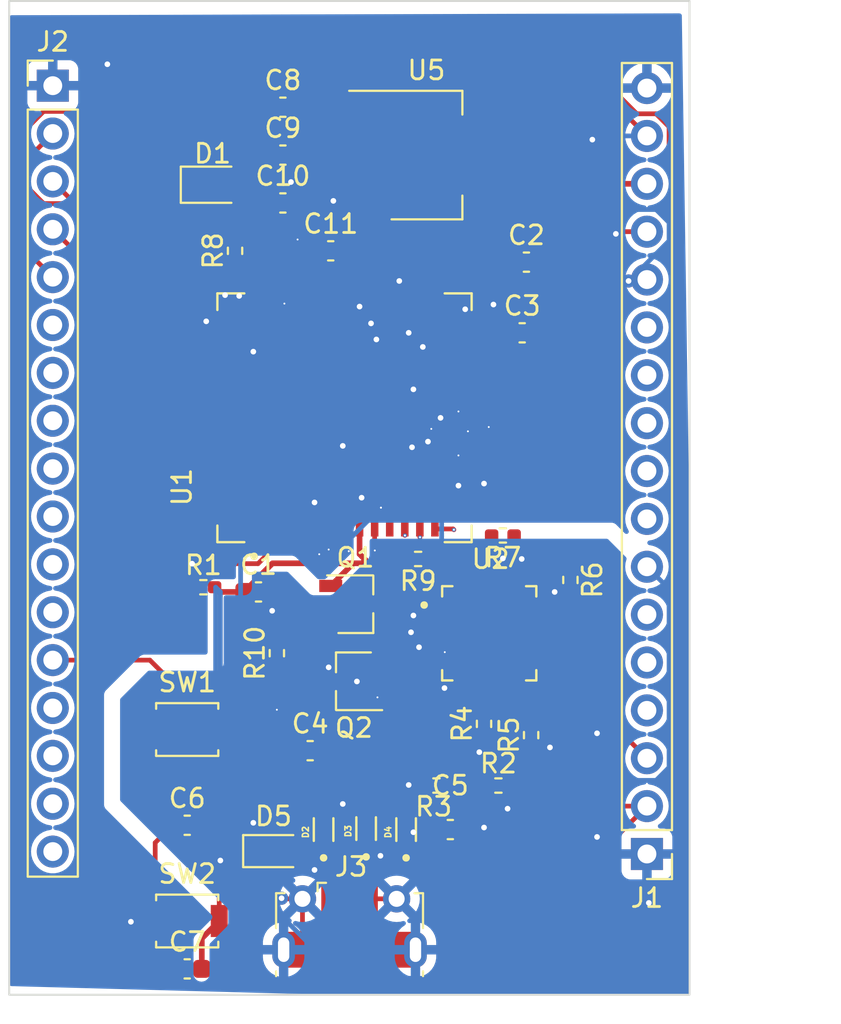
<source format=kicad_pcb>
(kicad_pcb (version 20221018) (generator pcbnew)
  (layers (0 "F.Cu" signal) (1 "In1.Cu" signal) (2 "In2.Cu" signal) (3 "In3.Cu" signal) (4 "In4.Cu" signal) (31 "B.Cu" power) (34 "B.Paste" user) (35 "F.Paste" user) (36 "B.SilkS" user "B.Silkscreen") (37 "F.SilkS" user "F.Silkscreen") (38 "B.Mask" user) (39 "F.Mask" user) (44 "Edge.Cuts" user))
  (net 0 "")
  (net 1 "ESPRST")
  (net 2 "GNDREF")
  (net 3 "+3.3V")
  (net 4 "Net-(U2-VBUS)")
  (net 5 "IO0")
  (net 6 "+5V")
  (net 7 "Net-(D1-A)")
  (net 8 "VBUS")
  (net 9 "/Micro_bus/USB_DN")
  (net 10 "/Micro_bus/USB_DP")
  (net 11 "GPI36")
  (net 12 "GPI37")
  (net 13 "GPI38")
  (net 14 "GPI39")
  (net 15 "GPI34")
  (net 16 "GPI35")
  (net 17 "IO33")
  (net 18 "IO32")
  (net 19 "IO25")
  (net 20 "IO14")
  (net 21 "IO27")
  (net 22 "IO26")
  (net 23 "RDX0")
  (net 24 "TXD0")
  (net 25 "IO21")
  (net 26 "IO22")
  (net 27 "IO19")
  (net 28 "IO18")
  (net 29 "IO23")
  (net 30 "IO5")
  (net 31 "IO10")
  (net 32 "IO9")
  (net 33 "104")
  (net 34 "IO2")
  (net 35 "IO12")
  (net 36 "IO13")
  (net 37 "IO15")
  (net 40 "Net-(Q1-B)")
  (net 41 "/Micro_bus/DTR")
  (net 42 "Net-(Q2-B)")
  (net 43 "/Micro_bus/RTS")
  (net 44 "Net-(U2-~{RST})")
  (net 45 "Net-(U2-SUSPEND)")
  (net 46 "UORXD")
  (net 47 "Net-(U2-RXD)")
  (net 48 "UOTXD")
  (net 49 "Net-(U2-TXD)")
  (footprint "Resistor_SMD:R_0402_1005Metric_Pad0.72x0.64mm_HandSolder" (layer "F.Cu") (at 77.1425 79.66)
    (fp_text reference "R1")
    (fp_text value "10k(1%)")
  )
  (footprint "Libraries:TVS_LESD5D5.0CT1G" (layer "F.Cu") (at 83.5261 92.519 90)
    (fp_text reference "D2")
    (fp_text value "D_TVS_Filled")
  )
  (footprint "Button_Switch_SMD:SW_SPST_B3U-1000P" (layer "F.Cu") (at 76.285 87.21)
    (fp_text reference "SW1")
    (fp_text value "SW_Push")
  )
  (footprint "Package_TO_SOT_SMD:SOT-223-3_TabPin2" (layer "F.Cu") (at 88.985 56.73)
    (fp_text reference "U5")
    (fp_text value "AMS1117-3.3")
  )
  (footprint "Button_Switch_SMD:SW_SPST_B3U-1000P" (layer "F.Cu") (at 76.285 97.37)
    (fp_text reference "SW2")
    (fp_text value "SW_Push")
  )
  (footprint "Resistor_SMD:R_0402_1005Metric_Pad0.72x0.64mm_HandSolder" (layer "F.Cu") (at 93.045 76.91 180)
    (fp_text reference "R7")
    (fp_text value "0(1%)")
  )
  (footprint "Resistor_SMD:R_0402_1005Metric_Pad0.72x0.64mm_HandSolder" (layer "F.Cu") (at 78.825 61.81 90)
    (fp_text reference "R8")
    (fp_text value "5.1k(1%)")
  )
  (footprint "Resistor_SMD:R_0402_1005Metric_Pad0.72x0.64mm_HandSolder" (layer "F.Cu") (at 92.8083 90.1818)
    (fp_text reference "R2")
    (fp_text value "22.1k(1%)")
  )
  (footprint "LED_SMD:LED_0805_2012Metric" (layer "F.Cu") (at 77.63 58.3026)
    (fp_text reference "D1")
    (fp_text value "LED")
  )
  (footprint "Resistor_SMD:R_0402_1005Metric_Pad0.72x0.64mm_HandSolder" (layer "F.Cu") (at 94.545 87.5075 90)
    (fp_text reference "R5")
    (fp_text value "1k(1%)")
  )
  (footprint "Package_TO_SOT_SMD:TSOT-23" (layer "F.Cu") (at 85.135 84.67 180)
    (fp_text reference "Q2")
    (fp_text value "NPN")
  )
  (footprint "Resistor_SMD:R_0402_1005Metric_Pad0.72x0.64mm_HandSolder" (layer "F.Cu") (at 96.6304 79.2731 -90)
    (fp_text reference "R6")
    (fp_text value "0(1%)")
  )
  (footprint "Diode_SMD:D_SOD-323" (layer "F.Cu") (at 80.8656 93.6616)
    (fp_text reference "D5")
    (fp_text value "D_Schottky")
  )
  (footprint "Resistor_SMD:R_0402_1005Metric_Pad0.72x0.64mm_HandSolder" (layer "F.Cu") (at 92.045 86.91 90)
    (fp_text reference "R4")
    (fp_text value "1k(1%)")
  )
  (footprint "Capacitor_SMD:C_0603_1608Metric" (layer "F.Cu") (at 94.07 66.16)
    (fp_text reference "C3")
    (fp_text value "0.1uf/50v(10%)")
  )
  (footprint "Capacitor_SMD:C_0603_1608Metric" (layer "F.Cu") (at 76.285 92.29)
    (fp_text reference "C6")
    (fp_text value "0.1uF/50v(10%)")
  )
  (footprint "Resistor_SMD:R_0402_1005Metric_Pad0.72x0.64mm_HandSolder" (layer "F.Cu") (at 89.5184 90.1818 180)
    (fp_text reference "R3")
    (fp_text value "47.5k(1%)")
  )
  (footprint "Package_TO_SOT_SMD:TSOT-23" (layer "F.Cu") (at 85.215 80.54)
    (fp_text reference "Q1")
    (fp_text value "NPN")
  )
  (footprint "Resistor_SMD:R_0402_1005Metric_Pad0.72x0.64mm_HandSolder" (layer "F.Cu") (at 81.045 83.16 90)
    (fp_text reference "R10")
    (fp_text value "10k(1%)")
  )
  (footprint "Libraries:TVS_LESD5D5.0CT1G" (layer "F.Cu") (at 85.7846 92.4678 90)
    (fp_text reference "D3")
    (fp_text value "D_TVS_Filled")
  )
  (footprint "Libraries:QFN50P500X500X80-29N" (layer "F.Cu") (at 92.3209 82.1046)
    (fp_text reference "U2")
    (fp_text value "CP2102N-A02-GQFN28")
  )
  (footprint "Capacitor_SMD:C_0603_1608Metric" (layer "F.Cu") (at 94.295 62.41)
    (fp_text reference "C2")
    (fp_text value "100uf/25v(20%)")
  )
  (footprint "Capacitor_SMD:C_0603_1608Metric" (layer "F.Cu") (at 83.905 61.81)
    (fp_text reference "C11")
    (fp_text value "0.1uF/50v(10%)")
  )
  (footprint "Capacitor_SMD:C_0603_1608Metric" (layer "F.Cu") (at 82.8133 88.3322)
    (fp_text reference "C4")
    (fp_text value "10uf/25v(10%)")
  )
  (footprint "Capacitor_SMD:C_0603_1608Metric" (layer "F.Cu") (at 81.365 54.19)
    (fp_text reference "C8")
    (fp_text value "10uF/25v(20%)")
  )
  (footprint "Capacitor_SMD:C_0603_1608Metric" (layer "F.Cu") (at 76.285 99.91)
    (fp_text reference "C7")
    (fp_text value "0.1uF/50v(10%)")
  )
  (footprint "Libraries:MODULE_ESP32-MINI-1U-N4" (layer "F.Cu") (at 84.6368 70.6684 90)
    (fp_text reference "U1")
    (fp_text value "ESP32-MINI-1U-N4")
  )
  (footprint "Libraries:TVS_LESD5D5.0CT1G" (layer "F.Cu") (at 87.9076 92.5194 90)
    (fp_text reference "D4")
    (fp_text value "D_TVS_Filled")
  )
  (footprint "Capacitor_SMD:C_0603_1608Metric" (layer "F.Cu") (at 81.365 56.73)
    (fp_text reference "C9")
    (fp_text value "0.1uF/50v(10%)")
  )
  (footprint "Connector_PinHeader_2.54mm:PinHeader_1x17_P2.54mm_Vertical" (layer "F.Cu") (at 69.1476 53.047)
    (fp_text reference "J2")
    (fp_text value "Screw_Terminal_01x17")
  )
  (footprint "Connector_PinHeader_2.54mm:PinHeader_1x17_P2.54mm_Vertical" (layer "F.Cu") (at 100.6944 93.814 180)
    (fp_text reference "J1")
    (fp_text value "Screw_Terminal_01x17")
  )
  (footprint "Resistor_SMD:R_0402_1005Metric_Pad0.72x0.64mm_HandSolder" (layer "F.Cu") (at 88.545 78.16 180)
    (fp_text reference "R9")
    (fp_text value "10k(1%)")
  )
  (footprint "Capacitor_SMD:C_0603_1608Metric" (layer "F.Cu") (at 81.365 59.27)
    (fp_text reference "C10")
    (fp_text value "10uF/25v(20%)")
  )
  (footprint "Connector_USB:USB_Micro-B_Molex-105017-0001" (layer "F.Cu") (at 84.905 97.6565)
    (fp_text reference "J3")
    (fp_text value "USB_B_Micro")
  )
  (footprint "Capacitor_SMD:C_0603_1608Metric" (layer "F.Cu") (at 90.255 92.5186)
    (fp_text reference "C5")
    (fp_text value "1uf/16v(10%)")
  )
  (footprint "Capacitor_SMD:C_0603_1608Metric" (layer "F.Cu") (at 80.07 79.91)
    (fp_text reference "C1")
    (fp_text value "1uf/16v(10%)")
  )
  (gr_rect (start 66.8362 48.5512) (end 102.955 101.2816) (stroke (width 0.1)) (fill none) (layer "Edge.Cuts"))
  (segment (start 78.045 95.41) (end 78.045 94.16) (width 0.25) (layer "F.Cu") (net 1))
  (segment (start 85.745 78.21) (end 85.565 78.39) (width 0.3) (layer "F.Cu") (net 1))
  (segment (start 79.295 79.91) (end 77.99 79.91) (width 0.3) (layer "F.Cu") (net 1))
  (segment (start 85.565 78.39) (end 85.105 78.39) (width 0.3) (layer "F.Cu") (net 1))
  (segment (start 85.4368 77.9018) (end 85.745 78.21) (width 0.3) (layer "F.Cu") (net 1))
  (segment (start 77.99 79.91) (end 77.74 79.66) (width 0.3) (layer "F.Cu") (net 1))
  (segment (start 77.06 98.295) (end 77.985 97.37) (width 0.3) (layer "F.Cu") (net 1))
  (segment (start 77.985 97.37) (end 77.985 95.47) (width 0.25) (layer "F.Cu") (net 1))
  (segment (start 77.06 99.91) (end 77.06 98.295) (width 0.3) (layer "F.Cu") (net 1))
  (segment (start 77.06 99.91) (end 77.344 100.194) (width 0.3) (layer "F.Cu") (net 1))
  (segment (start 85.4368 76.5684) (end 85.4368 77.9018) (width 0.3) (layer "F.Cu") (net 1))
  (segment (start 77.985 95.47) (end 78.045 95.41) (width 0.25) (layer "F.Cu") (net 1))
  (segment (start 79.295 79.91) (end 80.815 78.39) (width 0.3) (layer "F.Cu") (net 1))
  (segment (start 85.105 78.39) (end 83.905 79.59) (width 0.3) (layer "F.Cu") (net 1))
  (segment (start 80.815 78.39) (end 85.105 78.39) (width 0.3) (layer "F.Cu") (net 1))
  (via (at 78.045 94.16) (size 0.7) (drill 0.3) (layers "F.Cu" "B.Cu") (net 1))
  (segment (start 78.045 79.91) (end 77.795 79.66) (width 0.25) (layer "B.Cu") (net 1))
  (segment (start 81.89724 95.216835) (end 81.28357 95.216835) (width 0.25) (layer "B.Cu") (net 1))
  (segment (start 101.8694 89.220701) (end 101.8694 79.749) (width 0.25) (layer "B.Cu") (net 1))
  (segment (start 80.62 95.880405) (end 80.62 96.439595) (width 0.25) (layer "B.Cu") (net 1))
  (segment (start 81.28357 95.216835) (end 80.62 95.880405) (width 0.25) (layer "B.Cu") (net 1))
  (segment (start 77.795 79.66) (end 77.795 91.114595) (width 0.25) (layer "B.Cu") (net 1))
  (segment (start 101.8694 79.749) (end 100.6944 78.574) (width 0.25) (layer "B.Cu") (net 1))
  (segment (start 101.181101 89.909) (end 101.8694 89.220701) (width 0.25) (layer "B.Cu") (net 1))
  (segment (start 98.296 89.909) (end 101.181101 89.909) (width 0.25) (layer "B.Cu") (net 1))
  (segment (start 92.045 99.16) (end 92.045 96.16) (width 0.25) (layer "B.Cu") (net 1))
  (segment (start 92.045 96.16) (end 98.296 89.909) (width 0.25) (layer "B.Cu") (net 1))
  (segment (start 90.795 100.41) (end 92.045 99.16) (width 0.25) (layer "B.Cu") (net 1))
  (segment (start 80.62 96.439595) (end 84.590405 100.41) (width 0.25) (layer "B.Cu") (net 1))
  (segment (start 84.590405 100.41) (end 90.795 100.41) (width 0.25) (layer "B.Cu") (net 1))
  (segment (start 77.795 91.114595) (end 81.89724 95.216835) (width 0.25) (layer "B.Cu") (net 1))
  (segment (start 78.045 94.16) (end 78.045 79.91) (width 0.25) (layer "B.Cu") (net 1))
  (segment (start 81.329 96.194) (end 81.295 96.16) (width 0.25) (layer "F.Cu") (net 2))
  (segment (start 74.585 91.365) (end 75.51 92.29) (width 0.25) (layer "F.Cu") (net 2))
  (segment (start 88.9209 90.1818) (end 88.0745 90.1818) (width 0.25) (layer "F.Cu") (net 2))
  (segment (start 78.5868 72.6684) (end 78.5868 73.66) (width 0.25) (layer "F.Cu") (net 2))
  (segment (start 80.845 79.91) (end 80.845 80.86) (width 0.25) (layer "F.Cu") (net 2))
  (segment (start 74.585 87.21) (end 74.585 91.365) (width 0.25) (layer "F.Cu") (net 2))
  (segment (start 80.59 58.16) (end 80.59 56.73) (width 0.25) (layer "F.Cu") (net 2))
  (segment (start 78.5868 73.66) (end 78.5868 74.2684) (width 0.25) (layer "F.Cu") (net 2))
  (segment (start 87.9076 91.8594) (end 85.8362 91.8594) (width 0.25) (layer "F.Cu") (net 2))
  (segment (start 81.4368 64.7684) (end 80.6368 64.7684) (width 0.25) (layer "F.Cu") (net 2))
  (segment (start 79.8368 64.765404) (end 79.273696 64.2023) (width 0.25) (layer "F.Cu") (net 2))
  (segment (start 79.7034 67.0684) (end 79.795 67.16) (width 0.25) (layer "F.Cu") (net 2))
  (segment (start 93.292183 67.41) (end 91.045 65.162817) (width 0.25) (layer "F.Cu") (net 2))
  (segment (start 84.6368 70.6684) (end 84.6368 72.0682) (width 0.25) (layer "F.Cu") (net 2))
  (segment (start 82.846 91.859) (end 83.5261 91.859) (width 0.25) (layer "F.Cu") (net 2))
  (segment (start 78.5868 75.8684) (end 78.5868 75.0684) (width 0.25) (layer "F.Cu") (net 2))
  (segment (start 85.7846 91.8078) (end 84.545 91.8078) (width 0.25) (layer "F.Cu") (net 2))
  (segment (start 82.405 96.194) (end 81.329 96.194) (width 0.25) (layer "F.Cu") (net 2))
  (segment (start 83.1368 69.1684) (end 83.1368 70.6684) (width 0.25) (layer "F.Cu") (net 2))
  (segment (start 80.6368 76.5684) (end 79.8368 76.5684) (width 0.25) (layer "F.Cu") (net 2))
  (segment (start 76.6925 58.3026) (end 76.6925 55.0575) (width 0.25) (layer "F.Cu") (net 2))
  (segment (start 85.905 98.894) (end 83.905 98.894) (width 0.25) (layer "F.Cu") (net 2))
  (segment (start 78.5868 74.2684) (end 78.5868 75.0684) (width 0.25) (layer "F.Cu") (net 2))
  (segment (start 94.045 67.41) (end 93.292183 67.41) (width 0.25) (layer "F.Cu") (net 2))
  (segment (start 83.13 61.81) (end 82.745 61.81) (width 0.25) (layer "F.Cu") (net 2))
  (segment (start 83.5773 91.8078) (end 83.5261 91.859) (width 0.25) (layer "F.Cu") (net 2))
  (segment (start 86.1368 70.6684) (end 86.0366 70.6684) (width 0.25) (layer "F.Cu") (net 2))
  (segment (start 69.1476 53.047) (end 70.908 53.047) (width 0.25) (layer "F.Cu") (net 2))
  (segment (start 88.295 81.16) (end 88.7396 81.6046) (width 0.25) (layer "F.Cu") (net 2))
  (segment (start 95.07 65.935) (end 94.845 66.16) (width 0.25) (layer "F.Cu") (net 2))
  (segment (start 85.835 54.43) (end 82.105 58.16) (width 0.25) (layer "F.Cu") (net 2))
  (segment (start 90.6868 65.4684) (end 90.6868 65.2682) (width 0.25) (layer "F.Cu") (net 2))
  (segment (start 80.6368 76.5684) (end 80.6368 76.0682) (width 0.25) (layer "F.Cu") (net 2))
  (segment (start 74.585 93.215) (end 74.585 97.37) (width 0.25) (layer "F.Cu") (net 2))
  (segment (start 91.045 65.162817) (end 91.045 64.91) (width 0.25) (layer "F.Cu") (net 2))
  (segment (start 90.6868 65.2682) (end 91.045 64.91) (width 0.25) (layer "F.Cu") (net 2))
  (segment (start 94.545 88.105) (end 95.49 88.105) (width 0.25) (layer "F.Cu") (net 2))
  (segment (start 88.405 97.194) (end 87.405 96.194) (width 0.25) (layer "F.Cu") (net 2))
  (segment (start 85.8362 91.8594) (end 85.7846 91.8078) (width 0.25) (layer "F.Cu") (net 2))
  (segment (start 76.6925 55.0575) (end 76.295 54.66) (width 0.25) (layer "F.Cu") (net 2))
  (segment (start 91.03 92.5186) (end 91.9364 92.5186) (width 0.25) (layer "F.Cu") (net 2))
  (segment (start 80.59 58.16) (end 81.795 58.16) (width 0.25) (layer "F.Cu") (net 2))
  (segment (start 83.1368 69.1684) (end 84.6368 69.1684) (width 0.25) (layer "F.Cu") (net 2))
  (segment (start 78.5868 67.0684) (end 79.7034 67.0684) (width 0.25) (layer "F.Cu") (net 2))
  (segment (start 85.905 98.894) (end 87.805 98.894) (width 0.25) (layer "F.Cu") (net 2))
  (segment (start 79.045 64.2023) (end 78.3373 64.2023) (width 0.25) (layer "F.Cu") (net 2))
  (segment (start 84.5366 72.1684) (end 84.545 72.16) (width 0.25) (layer "F.Cu") (net 2))
  (segment (start 74.585 97.37) (end 73.335 97.37) (width 0.25) (layer "F.Cu") (net 2))
  (segment (start 84.6368 72.0682) (end 84.545 72.16) (width 0.25) (layer "F.Cu") (net 2))
  (segment (start 83.1368 72.1684) (end 84.5366 72.1684) (width 0.25) (layer "F.Cu") (net 2))
  (segment (start 86.0366 70.6684) (end 84.545 72.16) (width 0.25) (layer "F.Cu") (net 2))
  (segment (start 78.5868 73.4684) (end 78.5868 73.66) (width 0.25) (layer "F.Cu") (net 2))
  (segment (start 91.8209 81.6046) (end 89.9609 81.6046) (width 0.25) (layer "F.Cu") (net 2))
  (segment (start 83.1368 70.6684) (end 83.1368 70.7518) (width 0.25) (layer "F.Cu") (net 2))
  (segment (start 84.545 91.8078) (end 83.5773 91.8078) (width 0.25) (layer "F.Cu") (net 2))
  (segment (start 86.205 96.194) (end 87.405 96.194) (width 0.25) (layer "F.Cu") (net 2))
  (segment (start 80.845 80.86) (end 80.795 80.91) (width 0.25) (layer "F.Cu") (net 2))
  (segment (start 80.59 56.73) (end 80.59 54.19) (width 0.25) (layer "F.Cu") (net 2))
  (segment (start 80.37 54.41) (end 76.545 54.41) (width 0.25) (layer "F.Cu") (net 2))
  (segment (start 82.105 58.16) (end 81.795 58.16) (width 0.25) (layer "F.Cu") (net 2))
  (segment (start 78.5039 65.5513) (end 78.5868 65.4684) (width 0.25) (layer "F.Cu") (net 2))
  (segment (start 80.6368 76.0682) (end 84.545 72.16) (width 0.25) (layer "F.Cu") (net 2))
  (segment (start 79.273696 64.2023) (end 79.045 64.2023) (width 0.25) (layer "F.Cu") (net 2))
  (segment (start 78.3373 64.2023) (end 78.295 64.16) (width 0.25) (layer "F.Cu") (net 2))
  (segment (start 91.9364 92.5186) (end 92.045 92.41) (width 0.25) (layer "F.Cu") (net 2))
  (segment (start 88.0745 90.1818) (end 88.045 90.1523) (width 0.25) (layer "F.Cu") (net 2))
  (segment (start 88.7396 81.6046) (end 89.9609 81.6046) (width 0.25) (layer "F.Cu") (net 2))
  (segment (start 82.005 98.894) (end 83.905 98.894) (width 0.25) (layer "F.Cu") (net 2))
  (segment (start 82.795 91.91) (end 82.846 91.859) (width 0.25) (layer "F.Cu") (net 2))
  (segment (start 94.845 66.61) (end 94.045 67.41) (width 0.25) (layer "F.Cu") (net 2))
  (segment (start 84.5534 72.1684) (end 84.545 72.16) (width 0.25) (layer "F.Cu") (net 2))
  (segment (start 88.405 98.894) (end 88.405 97.194) (width 0.25) (layer "F.Cu") (net 2))
  (segment (start 82.0383 88.3322) (end 82.0383 91.1533) (width 0.25) (layer "F.Cu") (net 2))
  (segment (start 75.51 92.29) (end 74.585 93.215) (width 0.25) (layer "F.Cu") (net 2))
  (segment (start 82.0383 91.1533) (end 82.795 91.91) (width 0.25) (layer "F.Cu") (net 2))
  (segment (start 92.3209 82.1046) (end 91.8209 81.6046) (width 0.25) (layer "F.Cu") (net 2))
  (segment (start 84.6368 69.1684) (end 86.1368 69.1684) (width 0.25) (layer "F.Cu") (net 2))
  (segment (start 86.1368 72.1684) (end 84.5534 72.1684) (width 0.25) (layer "F.Cu") (net 2))
  (segment (start 80.59 59.27) (end 80.59 58.16) (width 0.25) (layer "F.Cu") (net 2))
  (segment (start 80.6368 64.7684) (end 79.8368 64.7684) (width 0.25) (layer "F.Cu") (net 2))
  (segment (start 78.5868 65.4684) (end 78.5868 72.6684) (width 0.25) (layer "F.Cu") (net 2))
  (segment (start 76.545 54.41) (end 76.295 54.66) (width 0.25) (layer "F.Cu") (net 2))
  (segment (start 83.1368 70.7518) (end 84.545 72.16) (width 0.25) (layer "F.Cu") (net 2))
  (segment (start 95.49 88.105) (end 95.545 88.16) (width 0.25) (layer "F.Cu") (net 2))
  (segment (start 82.405 98.494) (end 82.005 98.894) (width 0.25) (layer "F.Cu") (net 2))
  (segment (start 75.51 99.91) (end 74.585 98.985) (width 0.25) (layer "F.Cu") (net 2))
  (segment (start 73.335 97.37) (end 73.295 97.41) (width 0.25) (layer "F.Cu") (net 2))
  (segment (start 77.295 65.5513) (end 78.5039 65.5513) (width 0.25) (layer "F.Cu") (net 2))
  (segment (start 82.405 96.194) (end 82.405 98.494) (width 0.25) (layer "F.Cu") (net 2))
  (segment (start 84.6368 69.1684) (end 84.6368 70.6684) (width 0.25) (layer "F.Cu") (net 2))
  (segment (start 80.59 54.19) (end 80.37 54.41) (width 0.25) (layer "F.Cu") (net 2))
  (segment (start 79.8368 64.7684) (end 79.8368 64.765404) (width 0.25) (layer "F.Cu") (net 2))
  (segment (start 70.908 53.047) (end 72.045 51.91) (width 0.25) (layer "F.Cu") (net 2))
  (segment (start 74.585 98.985) (end 74.585 97.37) (width 0.25) (layer "F.Cu") (net 2))
  (segment (start 82.745 61.81) (end 82.145 61.21) (width 0.25) (layer "F.Cu") (net 2))
  (segment (start 84.545 91.8078) (end 84.545 91.16) (width 0.25) (layer "F.Cu") (net 2))
  (segment (start 95.07 62.41) (end 95.07 65.935) (width 0.25) (layer "F.Cu") (net 2))
  (segment (start 86.1368 69.1684) (end 86.1368 70.6684) (width 0.25) (layer "F.Cu") (net 2))
  (segment (start 94.845 66.16) (end 94.845 66.61) (width 0.25) (layer "F.Cu") (net 2))
  (via (at 81.795 58.16) (size 0.7) (drill 0.3) (layers "F.Cu" "B.Cu") (net 2))
  (via (at 78.295 64.16) (size 0.7) (drill 0.3) (layers "F.Cu" "B.Cu") (net 2))
  (via (at 73.295 97.41) (size 0.7) (drill 0.3) (layers "F.Cu" "B.Cu") (net 2))
  (via (at 91.045 64.91) (size 0.7) (drill 0.3) (layers "F.Cu" "B.Cu") (net 2))
  (via (at 81.295 96.16) (size 0.7) (drill 0.3) (layers "F.Cu" "B.Cu") (net 2))
  (via (at 84.545 91.16) (size 0.7) (drill 0.3) (layers "F.Cu" "B.Cu") (net 2))
  (via (at 84.545 72.16) (size 0.7) (drill 0.3) (layers "F.Cu" "B.Cu") (net 2))
  (via (at 88.045 90.1523) (size 0.7) (drill 0.3) (layers "F.Cu" "B.Cu") (net 2))
  (via (at 95.545 88.16) (size 0.7) (drill 0.3) (layers "F.Cu" "B.Cu") (net 2))
  (via (at 79.795 67.16) (size 0.7) (drill 0.3) (layers "F.Cu" "B.Cu") (net 2))
  (via (at 79.045 64.2023) (size 0.7) (drill 0.3) (layers "F.Cu" "B.Cu") (net 2))
  (via (at 100.795 96.41) (size 0.7) (drill 0.3) (layers "F.Cu" "B.Cu") (net 2))
  (via (at 80.795 80.91) (size 0.7) (drill 0.3) (layers "F.Cu" "B.Cu") (net 2))
  (via (at 82.145 61.21) (size 0.2) (drill 0.1) (layers "F.Cu" "B.Cu") (net 2))
  (via (at 92.045 92.41) (size 0.7) (drill 0.3) (layers "F.Cu" "B.Cu") (net 2))
  (via (at 72.045 51.91) (size 0.7) (drill 0.3) (layers "F.Cu" "B.Cu") (net 2))
  (via (at 77.295 65.5513) (size 0.7) (drill 0.3) (layers "F.Cu" "B.Cu") (net 2))
  (via (at 88.295 81.16) (size 0.7) (drill 0.3) (layers "F.Cu" "B.Cu") (net 2))
  (via (at 81.445 64.61) (size 0.2) (drill 0.1) (layers "F.Cu" "B.Cu") (net 2))
  (segment (start 77.4363 65.41) (end 77.295 65.5513) (width 0.25) (layer "B.Cu") (net 2))
  (segment (start 78.295 64.16) (end 78.295 65.16) (width 0.25) (layer "B.Cu") (net 2))
  (segment (start 100.6944 93.814) (end 100.6944 96.3094) (width 0.25) (layer "B.Cu") (net 2))
  (segment (start 78.295 65.16) (end 78.545 65.41) (width 0.25) (layer "B.Cu") (net 2))
  (segment (start 100.6944 96.3094) (end 100.795 96.41) (width 0.25) (layer "B.Cu") (net 2))
  (segment (start 93.295 65.41) (end 92.545 64.66) (width 0.25) (layer "F.Cu") (net 3))
  (segment (start 93.52 58.185) (end 93.52 62.41) (width 0.25) (layer "F.Cu") (net 3))
  (segment (start 89.945 85.01) (end 89.945 84.81) (width 0.25) (layer "F.Cu") (net 3))
  (segment (start 86.3301 88.099) (end 89.78205 84.64705) (width 0.25) (layer "F.Cu") (net 3))
  (segment (start 83.5883 88.3322) (end 86.0969 88.3322) (width 0.25) (layer "F.Cu") (net 3))
  (segment (start 80.0452 78.41) (end 81.4368 77.0184) (width 0.25) (layer "F.Cu") (net 3))
  (segment (start 89.9609 84.9941) (end 89.945 85.01) (width 0.25) (layer "F.Cu") (net 3))
  (segment (start 94.545 57.16) (end 93.52 58.185) (width 0.25) (layer "F.Cu") (net 3))
  (segment (start 84.68 62.525) (end 84.545 62.66) (width 0.25) (layer "F.Cu") (net 3))
  (segment (start 81.045 62.66) (end 79.0775 62.66) (width 0.25) (layer "F.Cu") (net 3))
  (segment (start 89.78205 84.64705) (end 89.9609 84.4682) (width 0.25) (layer "F.Cu") (net 3))
  (segment (start 85.835 56.73) (end 84.68 56.73) (width 0.25) (layer "F.Cu") (net 3))
  (segment (start 92.135 56.73) (end 94.115 56.73) (width 0.25) (layer "F.Cu") (net 3))
  (segment (start 95.8115 91.274) (end 92.045 87.5075) (width 0.25) (layer "F.Cu") (net 3))
  (segment (start 82.1952 75.16) (end 83.045 75.16) (width 0.25) (layer "F.Cu") (net 3))
  (segment (start 94.115 56.73) (end 94.545 57.16) (width 0.25) (layer "F.Cu") (net 3))
  (segment (start 85.28 62.41) (end 84.68 61.81) (width 0.25) (layer "F.Cu") (net 3))
  (segment (start 81.4368 76.5684) (end 81.4368 75.9184) (width 0.25) (layer "F.Cu") (net 3))
  (segment (start 84.68 56.73) (end 82.14 59.27) (width 0.25) (layer "F.Cu") (net 3))
  (segment (start 89.9609 83.1046) (end 89.9609 83.6046) (width 0.25) (layer "F.Cu") (net 3))
  (segment (start 79.0775 62.66) (end 78.825 62.4075) (width 0.25) (layer "F.Cu") (net 3))
  (segment (start 81.045 60.662183) (end 81.045 62.66) (width 0.25) (layer "F.Cu") (net 3))
  (segment (start 82.14 59.567183) (end 81.045 60.662183) (width 0.25) (layer "F.Cu") (net 3))
  (segment (start 93.295 62.635) (end 93.52 62.41) (width 0.25) (layer "F.Cu") (net 3))
  (segment (start 93.52 62.41) (end 85.28 62.41) (width 0.25) (layer "F.Cu") (net 3))
  (segment (start 92.045 88.16) (end 91.795 88.41) (width 0.25) (layer "F.Cu") (net 3))
  (segment (start 100.6944 91.274) (end 95.8115 91.274) (width 0.25) (layer "F.Cu") (net 3))
  (segment (start 92.045 87.5075) (end 92.045 88.16) (width 0.25) (layer "F.Cu") (net 3))
  (segment (start 89.9609 83.1046) (end 89.9609 84.9941) (width 0.25) (layer "F.Cu") (net 3))
  (segment (start 100.6944 91.274) (end 99.0584 92.91) (width 0.25) (layer "F.Cu") (net 3))
  (segment (start 89.945 84.81) (end 89.78205 84.64705) (width 0.25) (layer "F.Cu") (net 3))
  (segment (start 99.0584 92.91) (end 98.045 92.91) (width 0.25) (layer "F.Cu") (net 3))
  (segment (start 93.295 66.16) (end 93.295 65.41) (width 0.25) (layer "F.Cu") (net 3))
  (segment (start 81.4368 75.9184) (end 82.1952 75.16) (width 0.25) (layer "F.Cu") (net 3))
  (segment (start 86.0969 88.3322) (end 86.3301 88.099) (width 0.25) (layer "F.Cu") (net 3))
  (segment (start 84.68 61.81) (end 84.68 62.525) (width 0.25) (layer "F.Cu") (net 3))
  (segment (start 82.14 59.27) (end 82.14 59.567183) (width 0.25) (layer "F.Cu") (net 3))
  (segment (start 81.4368 77.0184) (end 81.4368 76.5684) (width 0.25) (layer "F.Cu") (net 3))
  (segment (start 76.545 78.41) (end 80.0452 78.41) (width 0.25) (layer "F.Cu") (net 3))
  (segment (start 89.9609 84.4682) (end 89.9609 83.6046) (width 0.25) (layer "F.Cu") (net 3))
  (segment (start 93.295 66.16) (end 93.295 62.635) (width 0.25) (layer "F.Cu") (net 3))
  (segment (start 76.545 79.66) (end 76.545 78.41) (width 0.25) (layer "F.Cu") (net 3))
  (segment (start 84.545 62.66) (end 81.045 62.66) (width 0.25) (layer "F.Cu") (net 3))
  (via (at 98.045 92.91) (size 0.7) (drill 0.3) (layers "F.Cu" "B.Cu") (net 3))
  (via (at 83.045 75.16) (size 0.7) (drill 0.3) (layers "F.Cu" "B.Cu") (net 3))
  (via (at 76.545 78.41) (size 0.7) (drill 0.3) (layers "F.Cu" "B.Cu") (net 3))
  (via (at 91.795 88.41) (size 0.7) (drill 0.3) (layers "F.Cu" "B.Cu") (net 3))
  (via (at 89.9609 83.1046) (size 0.2) (drill 0.1) (layers "F.Cu" "B.Cu") (net 3))
  (via (at 92.545 64.66) (size 0.7) (drill 0.3) (layers "F.Cu" "B.Cu") (net 3))
  (via (at 89.945 85.01) (size 0.7) (drill 0.3) (layers "F.Cu" "B.Cu") (net 3))
  (segment (start 84.295 75.16) (end 93.045 66.41) (width 0.25) (layer "B.Cu") (net 3))
  (segment (start 92.545 65.91) (end 93.045 66.41) (width 0.25) (layer "B.Cu") (net 3))
  (segment (start 92.545 64.66) (end 92.545 65.91) (width 0.25) (layer "B.Cu") (net 3))
  (segment (start 93.045 66.41) (end 93.17 66.285) (width 0.25) (layer "B.Cu") (net 3))
  (segment (start 89.795 86.66) (end 89.795 84.66) (width 0.25) (layer "B.Cu") (net 3))
  (segment (start 91.795 88.41) (end 91.545 88.41) (width 0.25) (layer "B.Cu") (net 3))
  (segment (start 83.045 75.16) (end 84.295 75.16) (width 0.25) (layer "B.Cu") (net 3))
  (segment (start 91.545 88.41) (end 89.795 86.66) (width 0.25) (layer "B.Cu") (net 3))
  (segment (start 89.48 92.5186) (end 89.48 91.875) (width 0.3) (layer "F.Cu") (net 4))
  (segment (start 90.0782 91.2768) (end 89.48 91.875) (width 0.25) (layer "F.Cu") (net 4))
  (segment (start 90.8209 89.4768) (end 90.8209 84.4646) (width 0.25) (layer "F.Cu") (net 4))
  (segment (start 90.1159 90.1818) (end 90.8209 89.4768) (width 0.25) (layer "F.Cu") (net 4))
  (segment (start 92.2108 90.1818) (end 91.1158 91.2768) (width 0.25) (layer "F.Cu") (net 4))
  (segment (start 90.064294 90.233406) (end 90.1159 90.1818) (width 0.25) (layer "F.Cu") (net 4))
  (segment (start 90.064294 91.262894) (end 90.064294 90.233406) (width 0.25) (layer "F.Cu") (net 4))
  (segment (start 91.1158 91.2768) (end 90.0782 91.2768) (width 0.25) (layer "F.Cu") (net 4))
  (segment (start 90.0782 91.2768) (end 90.064294 91.262894) (width 0.25) (layer "F.Cu") (net 4))
  (segment (start 85.545 86.41) (end 84.745 87.21) (width 0.25) (layer "F.Cu") (net 5))
  (segment (start 74.302 83.527) (end 77.985 87.21) (width 0.25) (layer "F.Cu") (net 5))
  (segment (start 86.445 85.62) (end 85.655 86.41) (width 0.25) (layer "F.Cu") (net 5))
  (segment (start 84.745 87.21) (end 77.985 87.21) (width 0.25) (layer "F.Cu") (net 5))
  (segment (start 77.06 92.29) (end 77.985 91.365) (width 0.25) (layer "F.Cu") (net 5))
  (segment (start 85.655 86.41) (end 85.545 86.41) (width 0.25) (layer "F.Cu") (net 5))
  (segment (start 86.445 85.562556) (end 86.386232 85.503788) (width 0.25) (layer "F.Cu") (net 5))
  (segment (start 69.1476 83.527) (end 74.302 83.527) (width 0.25) (layer "F.Cu") (net 5))
  (segment (start 77.985 91.365) (end 77.985 87.21) (width 0.25) (layer "F.Cu") (net 5))
  (segment (start 86.445 85.62) (end 86.445 85.562556) (width 0.25) (layer "F.Cu") (net 5))
  (via (at 86.386232 85.503788) (size 0.2) (drill 0.1) (layers "F.Cu" "B.Cu") (net 5))
  (via (at 90.6868 70.3345) (size 0.2) (drill 0.1) (layers "F.Cu" "B.Cu") (net 5))
  (segment (start 79.8156 93.6616) (end 79.8156 92.1806) (width 0.25) (layer "F.Cu") (net 6))
  (segment (start 97.1404 52.16) (end 100.6944 55.714) (width 0.25) (layer "F.Cu") (net 6))
  (segment (start 82.14 54.19) (end 84.17 52.16) (width 0.25) (layer "F.Cu") (net 6))
  (segment (start 85.835 59.03) (end 88.795 56.07) (width 0.25) (layer "F.Cu") (net 6))
  (segment (start 88.795 56.07) (end 88.795 52.16) (width 0.25) (layer "F.Cu") (net 6))
  (segment (start 84.17 52.16) (end 88.795 52.16) (width 0.25) (layer "F.Cu") (net 6))
  (segment (start 85.835 59.03) (end 84.175 59.03) (width 0.25) (layer "F.Cu") (net 6))
  (segment (start 88.795 52.16) (end 97.1404 52.16) (width 0.25) (layer "F.Cu") (net 6))
  (segment (start 82.14 56.73) (end 82.14 54.19) (width 0.25) (layer "F.Cu") (net 6))
  (segment (start 79.8156 92.1806) (end 79.795 92.16) (width 0.25) (layer "F.Cu") (net 6))
  (segment (start 84.175 59.03) (end 84.045 59.16) (width 0.25) (layer "F.Cu") (net 6))
  (via (at 97.795 55.91) (size 0.7) (drill 0.3) (layers "F.Cu" "B.Cu") (net 6))
  (via (at 84.045 59.16) (size 0.7) (drill 0.3) (layers "F.Cu" "B.Cu") (net 6))
  (via (at 79.795 92.16) (size 0.7) (drill 0.3) (layers "F.Cu" "B.Cu") (net 6))
  (segment (start 79.795 92.16) (end 79.12 91.485) (width 0.25) (layer "B.Cu") (net 6))
  (segment (start 79.12 91.485) (end 79.12 65.585) (width 0.25) (layer "B.Cu") (net 6))
  (segment (start 88.795 55.91) (end 97.795 55.91) (width 0.25) (layer "B.Cu") (net 6))
  (segment (start 100.6944 55.714) (end 97.991 55.714) (width 0.25) (layer "B.Cu") (net 6))
  (segment (start 79.12 65.585) (end 88.795 55.91) (width 0.25) (layer "B.Cu") (net 6))
  (segment (start 97.991 55.714) (end 97.795 55.91) (width 0.25) (layer "B.Cu") (net 6))
  (segment (start 78.5675 58.3026) (end 78.5675 60.955) (width 0.25) (layer "F.Cu") (net 7))
  (segment (start 78.5675 60.955) (end 78.825 61.2125) (width 0.25) (layer "F.Cu") (net 7))
  (segment (start 93.4058 90.1818) (end 93.345 90.2426) (width 0.3) (layer "F.Cu") (net 8))
  (segment (start 83.605 95.22) (end 83.605 96.194) (width 0.25) (layer "F.Cu") (net 8))
  (segment (start 93.4058 91.2992) (end 93.295 91.41) (width 0.25) (layer "F.Cu") (net 8))
  (segment (start 83.045 94.66) (end 83.605 95.22) (width 0.25) (layer "F.Cu") (net 8))
  (segment (start 83.5261 93.179) (end 83.5261 94.1789) (width 0.25) (layer "F.Cu") (net 8))
  (segment (start 83.605 93.2579) (end 83.5261 93.179) (width 0.3) (layer "F.Cu") (net 8))
  (segment (start 93.4058 90.1818) (end 93.4058 91.2992) (width 0.25) (layer "F.Cu") (net 8))
  (segment (start 82.0466 93.6616) (end 83.045 94.66) (width 0.25) (layer "F.Cu") (net 8))
  (segment (start 81.9156 93.6616) (end 82.0466 93.6616) (width 0.25) (layer "F.Cu") (net 8))
  (segment (start 83.5261 94.1789) (end 83.045 94.66) (width 0.25) (layer "F.Cu") (net 8))
  (via (at 93.295 91.41) (size 0.7) (drill 0.3) (layers "F.Cu" "B.Cu") (net 8))
  (via (at 83.045 94.66) (size 0.7) (drill 0.3) (layers "F.Cu" "B.Cu") (net 8))
  (segment (start 93.295 91.41) (end 93.295 92.114595) (width 0.25) (layer "B.Cu") (net 8))
  (segment (start 90.749595 94.66) (end 83.045 94.66) (width 0.25) (layer "B.Cu") (net 8))
  (segment (start 93.295 92.114595) (end 90.749595 94.66) (width 0.25) (layer "B.Cu") (net 8))
  (segment (start 84.905 96.194) (end 84.905 95.319) (width 0.2) (layer "F.Cu") (net 9))
  (segment (start 85.7846 94.4394) (end 85.7846 93.1278) (width 0.2) (layer "F.Cu") (net 9))
  (segment (start 88.831287 82.6046) (end 88.592751 82.843136) (width 0.2) (layer "F.Cu") (net 9))
  (segment (start 85.7846 93.1278) (end 85.7846 93.1496) (width 0.2) (layer "F.Cu") (net 9))
  (segment (start 84.905 95.319) (end 85.7846 94.4394) (width 0.2) (layer "F.Cu") (net 9))
  (segment (start 85.7846 93.1496) (end 86.545 93.91) (width 0.2) (layer "F.Cu") (net 9))
  (segment (start 89.9609 82.6046) (end 88.831287 82.6046) (width 0.2) (layer "F.Cu") (net 9))
  (via (at 88.592751 82.843136) (size 0.7) (drill 0.3) (layers "F.Cu" "B.Cu") (net 9))
  (via (at 86.545 93.91) (size 0.7) (drill 0.3) (layers "F.Cu" "B.Cu") (net 9))
  (segment (start 86.545 85.91) (end 88.795 83.66) (width 0.2) (layer "B.Cu") (net 9))
  (segment (start 86.545 93.91) (end 86.545 85.91) (width 0.2) (layer "B.Cu") (net 9))
  (segment (start 88.592751 82.843136) (end 88.592751 83.457751) (width 0.2) (layer "B.Cu") (net 9))
  (segment (start 88.592751 83.457751) (end 88.795 83.66) (width 0.2) (layer "B.Cu") (net 9))
  (segment (start 88.16762 82.050438) (end 88.16762 82.129961) (width 0.2) (layer "F.Cu") (net 10))
  (segment (start 85.2846 92.5878) (end 87.316 92.5878) (width 0.2) (layer "F.Cu") (net 10))
  (segment (start 87.9076 93.0474) (end 88.295 92.66) (width 0.2) (layer "F.Cu") (net 10))
  (segment (start 88.16762 82.050438) (end 88.221782 82.1046) (width 0.2) (layer "F.Cu") (net 10))
  (segment (start 87.9076 93.1794) (end 87.9076 93.0474) (width 0.2) (layer "F.Cu") (net 10))
  (segment (start 84.255 96.194) (end 84.255 93.6174) (width 0.2) (layer "F.Cu") (net 10))
  (segment (start 88.221782 82.1046) (end 89.9609 82.1046) (width 0.2) (layer "F.Cu") (net 10))
  (segment (start 87.316 92.5878) (end 87.9076 93.1794) (width 0.2) (layer "F.Cu") (net 10))
  (segment (start 84.255 93.6174) (end 85.2846 92.5878) (width 0.2) (layer "F.Cu") (net 10))
  (via (at 88.16762 82.050438) (size 0.7) (drill 0.3) (layers "F.Cu" "B.Cu") (net 10))
  (via (at 88.295 92.66) (size 0.7) (drill 0.3) (layers "F.Cu" "B.Cu") (net 10))
  (segment (start 88.86199 82.193136) (end 89.242751 82.573897) (width 0.2) (layer "B.Cu") (net 10))
  (segment (start 89.242751 91.712249) (end 88.295 92.66) (width 0.2) (layer "B.Cu") (net 10))
  (segment (start 89.242751 82.573897) (end 89.242751 91.712249) (width 0.2) (layer "B.Cu") (net 10))
  (segment (start 88.104445 82.193136) (end 88.86199 82.193136) (width 0.2) (layer "B.Cu") (net 10))
  (segment (start 84.6116 75.8434) (end 82.3118 75.8434) (width 0.25) (layer "F.Cu") (net 11))
  (segment (start 99.3704 87.41) (end 98.045 87.41) (width 0.25) (layer "F.Cu") (net 11))
  (segment (start 82.3118 75.8434) (end 82.2368 75.9184) (width 0.25) (layer "F.Cu") (net 11))
  (segment (start 85.545 74.91) (end 84.6116 75.8434) (width 0.25) (layer "F.Cu") (net 11))
  (segment (start 100.6944 88.734) (end 99.3704 87.41) (width 0.25) (layer "F.Cu") (net 11))
  (segment (start 82.2368 75.9184) (end 82.2368 76.5684) (width 0.25) (layer "F.Cu") (net 11))
  (via (at 98.045 87.41) (size 0.7) (drill 0.3) (layers "F.Cu" "B.Cu") (net 11))
  (via (at 85.545 74.91) (size 0.7) (drill 0.3) (layers "F.Cu" "B.Cu") (net 11))
  (segment (start 89.795 79.16) (end 98.045 87.41) (width 0.25) (layer "B.Cu") (net 11))
  (segment (start 89.795 74.41) (end 89.795 79.16) (width 0.25) (layer "B.Cu") (net 11))
  (segment (start 85.545 74.91) (end 89.295 74.91) (width 0.25) (layer "B.Cu") (net 11))
  (segment (start 89.295 74.91) (end 89.795 74.41) (width 0.25) (layer "B.Cu") (net 11))
  (segment (start 83.0368 76.5684) (end 83.0368 77.6518) (width 0.25) (layer "F.Cu") (net 12))
  (segment (start 83.0368 77.6518) (end 83.295 77.91) (width 0.25) (layer "F.Cu") (net 12))
  (segment (start 81.045 86.16) (end 81.295 86.16) (width 0.25) (layer "F.Cu") (net 12))
  (via (at 81.045 86.16) (size 0.2) (drill 0.1) (layers "F.Cu" "B.Cu") (net 12))
  (via (at 83.295 77.91) (size 0.2) (drill 0.1) (layers "F.Cu" "B.Cu") (net 12))
  (segment (start 83.8368 77.6182) (end 83.795 77.66) (width 0.25) (layer "F.Cu") (net 13))
  (segment (start 83.8368 76.5684) (end 83.8368 77.6182) (width 0.25) (layer "F.Cu") (net 13))
  (via (at 86.572465 75.437465) (size 0.2) (drill 0.1) (layers "F.Cu" "B.Cu") (net 13))
  (via (at 86.572465 75.437465) (size 0.2) (drill 0.1) (layers "F.Cu" "B.Cu") (net 13))
  (via (at 83.795 77.66) (size 0.2) (drill 0.1) (layers "F.Cu" "B.Cu") (net 13))
  (segment (start 84.34993 77.66) (end 86.572465 75.437465) (width 0.25) (layer "B.Cu") (net 13))
  (segment (start 83.795 77.66) (end 84.34993 77.66) (width 0.25) (layer "B.Cu") (net 13))
  (segment (start 84.6368 77.2684) (end 84.6368 76.5684) (width 0.3) (layer "F.Cu") (net 14))
  (segment (start 84.6368 77.52237) (end 84.862347 77.747917) (width 0.25) (layer "F.Cu") (net 14))
  (segment (start 84.6368 77.2684) (end 84.6368 77.52237) (width 0.25) (layer "F.Cu") (net 14))
  (via (at 84.862347 77.747917) (size 0.2) (drill 0.1) (layers "F.Cu" "B.Cu") (net 14))
  (via (at 84.862347 77.747917) (size 0.2) (drill 0.1) (layers "F.Cu" "B.Cu") (net 14))
  (segment (start 86.2368 77.7018) (end 86.245267 77.710267) (width 0.25) (layer "F.Cu") (net 15))
  (segment (start 86.2368 76.5684) (end 86.2368 77.7018) (width 0.25) (layer "F.Cu") (net 15))
  (via (at 86.245267 77.710267) (size 0.2) (drill 0.1) (layers "F.Cu" "B.Cu") (net 15))
  (segment (start 87.0368 76.7018) (end 87.045 76.71) (width 0.25) (layer "F.Cu") (net 16))
  (segment (start 87.0368 72.462898) (end 87.0368 76.5684) (width 0.25) (layer "F.Cu") (net 16))
  (segment (start 89.245 71.258056) (end 88.241642 71.258056) (width 0.25) (layer "F.Cu") (net 16))
  (segment (start 88.241642 71.258056) (end 87.0368 72.462898) (width 0.25) (layer "F.Cu") (net 16))
  (via (at 89.245 71.258056) (size 0.2) (drill 0.1) (layers "F.Cu" "B.Cu") (net 16))
  (segment (start 88.6368 76.5684) (end 88.6368 77.0018) (width 0.25) (layer "F.Cu") (net 17))
  (segment (start 88.6368 77.0018) (end 88.645 77.01) (width 0.25) (layer "F.Cu") (net 17))
  (via (at 88.645 77.01) (size 0.2) (drill 0.1) (layers "F.Cu" "B.Cu") (net 17))
  (segment (start 87.8368 76.5684) (end 87.8368 76.9018) (width 0.25) (layer "F.Cu") (net 18))
  (segment (start 87.8368 76.9018) (end 87.845 76.91) (width 0.25) (layer "F.Cu") (net 18))
  (via (at 87.845 76.91) (size 0.2) (drill 0.1) (layers "F.Cu" "B.Cu") (net 18))
  (segment (start 90.4034 76.5684) (end 90.445 76.61) (width 0.25) (layer "F.Cu") (net 19))
  (segment (start 89.4368 76.5684) (end 90.4034 76.5684) (width 0.25) (layer "F.Cu") (net 19))
  (via (at 90.445 76.61) (size 0.2) (drill 0.1) (layers "F.Cu" "B.Cu") (net 19))
  (segment (start 100.6944 63.334) (end 99.795 63.334) (width 0.25) (layer "F.Cu") (net 20))
  (segment (start 99.795 63.334) (end 99.719 63.41) (width 0.25) (layer "F.Cu") (net 20))
  (via (at 90.6868 74.2684) (size 0.7) (drill 0.3) (layers "F.Cu" "B.Cu") (net 20))
  (via (at 99.719 63.41) (size 0.7) (drill 0.3) (layers "F.Cu" "B.Cu") (net 20))
  (segment (start 93.62 71.3352) (end 90.6868 74.2684) (width 0.25) (layer "B.Cu") (net 20))
  (segment (start 101.181101 59.619) (end 99.380905 59.619) (width 0.25) (layer "B.Cu") (net 20))
  (segment (start 99.740101 63.41) (end 101.8694 61.280701) (width 0.25) (layer "B.Cu") (net 20))
  (segment (start 101.8694 60.307299) (end 101.181101 59.619) (width 0.25) (layer "B.Cu") (net 20))
  (segment (start 99.380905 59.619) (end 93.62 65.379905) (width 0.25) (layer "B.Cu") (net 20))
  (segment (start 99.719 63.41) (end 99.740101 63.41) (width 0.25) (layer "B.Cu") (net 20))
  (segment (start 101.8694 61.280701) (end 101.8694 60.307299) (width 0.25) (layer "B.Cu") (net 20))
  (segment (start 93.62 65.379905) (end 93.62 71.3352) (width 0.25) (layer "B.Cu") (net 20))
  (segment (start 100.6944 60.794) (end 99.1605 60.794) (width 0.25) (layer "F.Cu") (net 21))
  (segment (start 92.045 74.16) (end 91.1366 75.0684) (width 0.25) (layer "F.Cu") (net 21))
  (segment (start 99.1605 60.794) (end 99.0445 60.91) (width 0.25) (layer "F.Cu") (net 21))
  (segment (start 91.1366 75.0684) (end 90.6868 75.0684) (width 0.25) (layer "F.Cu") (net 21))
  (via (at 92.045 74.16) (size 0.7) (drill 0.3) (layers "F.Cu" "B.Cu") (net 21))
  (via (at 99.0445 60.91) (size 0.7) (drill 0.3) (layers "F.Cu" "B.Cu") (net 21))
  (segment (start 99.0445 60.91) (end 99.0445 67.1605) (width 0.25) (layer "B.Cu") (net 21))
  (segment (start 99.0445 67.1605) (end 92.045 74.16) (width 0.25) (layer "B.Cu") (net 21))
  (segment (start 98.345 58.51) (end 98.601 58.254) (width 0.3) (layer "F.Cu") (net 22))
  (segment (start 98.345 70.21) (end 98.345 58.51) (width 0.3) (layer "F.Cu") (net 22))
  (segment (start 98.601 58.254) (end 100.6944 58.254) (width 0.3) (layer "F.Cu") (net 22))
  (segment (start 92.6866 75.8684) (end 98.345 70.21) (width 0.3) (layer "F.Cu") (net 22))
  (segment (start 90.6868 75.8684) (end 92.6866 75.8684) (width 0.3) (layer "F.Cu") (net 22))
  (segment (start 75.209101 64.8768) (end 69.634301 59.302) (width 0.25) (layer "F.Cu") (net 23))
  (segment (start 67.795 58.436101) (end 67.795 56.9396) (width 0.25) (layer "F.Cu") (net 23))
  (segment (start 69.634301 59.302) (end 68.660899 59.302) (width 0.25) (layer "F.Cu") (net 23))
  (segment (start 83.8368 65.2184) (end 83.5618 65.4934) (width 0.25) (layer "F.Cu") (net 23))
  (segment (start 79.3118 64.8768) (end 75.209101 64.8768) (width 0.25) (layer "F.Cu") (net 23))
  (segment (start 79.3118 65.4934) (end 79.3118 64.8768) (width 0.25) (layer "F.Cu") (net 23))
  (segment (start 83.5618 65.4934) (end 79.3118 65.4934) (width 0.25) (layer "F.Cu") (net 23))
  (segment (start 83.8368 64.7684) (end 83.8368 65.2184) (width 0.25) (layer "F.Cu") (net 23))
  (segment (start 67.795 56.9396) (end 69.1476 55.587) (width 0.25) (layer "F.Cu") (net 23))
  (segment (start 68.660899 59.302) (end 67.795 58.436101) (width 0.25) (layer "F.Cu") (net 23))
  (segment (start 82.3284 63.41) (end 74.4306 63.41) (width 0.25) (layer "F.Cu") (net 24))
  (segment (start 83.0368 64.7684) (end 83.0368 64.1184) (width 0.25) (layer "F.Cu") (net 24))
  (segment (start 74.4306 63.41) (end 69.1476 58.127) (width 0.25) (layer "F.Cu") (net 24))
  (segment (start 83.0368 64.1184) (end 82.3284 63.41) (width 0.25) (layer "F.Cu") (net 24))
  (segment (start 77.8618 69.3812) (end 69.1476 60.667) (width 0.25) (layer "F.Cu") (net 25))
  (segment (start 84.6368 64.7684) (end 84.6368 65.4184) (width 0.25) (layer "F.Cu") (net 25))
  (segment (start 84.6368 65.4184) (end 79.3118 70.7434) (width 0.25) (layer "F.Cu") (net 25))
  (segment (start 79.3118 76.3934) (end 77.8618 76.3934) (width 0.25) (layer "F.Cu") (net 25))
  (segment (start 77.8618 76.3934) (end 77.8618 69.3812) (width 0.25) (layer "F.Cu") (net 25))
  (segment (start 79.3118 70.7434) (end 79.3118 76.3934) (width 0.25) (layer "F.Cu") (net 25))
  (segment (start 68.660899 54.412) (end 67.345 55.727899) (width 0.25) (layer "F.Cu") (net 26))
  (segment (start 101.8694 56.200701) (end 101.8694 55.227299) (width 0.25) (layer "F.Cu") (net 26))
  (segment (start 100.155796 54.539) (end 97.326796 51.71) (width 0.25) (layer "F.Cu") (net 26))
  (segment (start 67.345 55.727899) (end 67.345 61.4044) (width 0.25) (layer "F.Cu") (net 26))
  (segment (start 97.326796 51.71) (end 76.495 51.71) (width 0.25) (layer "F.Cu") (net 26))
  (segment (start 67.345 61.4044) (end 69.1476 63.207) (width 0.25) (layer "F.Cu") (net 26))
  (segment (start 85.4368 64.7684) (end 85.4368 65.2184) (width 0.25) (layer "F.Cu") (net 26))
  (segment (start 76.495 51.71) (end 73.793 54.412) (width 0.25) (layer "F.Cu") (net 26))
  (segment (start 101.8694 55.227299) (end 101.181101 54.539) (width 0.25) (layer "F.Cu") (net 26))
  (segment (start 73.793 54.412) (end 68.660899 54.412) (width 0.25) (layer "F.Cu") (net 26))
  (segment (start 101.181101 54.539) (end 100.155796 54.539) (width 0.25) (layer "F.Cu") (net 26))
  (via (at 85.4368 64.7684) (size 0.7) (drill 0.3) (layers "F.Cu" "B.Cu") (net 26))
  (segment (start 86.2368 65.4682) (end 86.2368 64.7684) (width 0.25) (layer "F.Cu") (net 27))
  (segment (start 86.045 65.66) (end 86.2368 65.4682) (width 0.25) (layer "F.Cu") (net 27))
  (via (at 86.045 65.66) (size 0.7) (drill 0.3) (layers "F.Cu" "B.Cu") (net 27))
  (segment (start 87.545 63.41) (end 87.8368 63.7018) (width 0.25) (layer "F.Cu") (net 28))
  (segment (start 87.8368 63.7018) (end 87.8368 64.7684) (width 0.25) (layer "F.Cu") (net 28))
  (via (at 87.545 63.41) (size 0.7) (drill 0.3) (layers "F.Cu" "B.Cu") (net 28))
  (segment (start 87.0368 65.805991) (end 87.0368 64.7684) (width 0.25) (layer "F.Cu") (net 29))
  (segment (start 86.329448 66.513343) (end 87.0368 65.805991) (width 0.25) (layer "F.Cu") (net 29))
  (via (at 86.329448 66.513343) (size 0.7) (drill 0.3) (layers "F.Cu" "B.Cu") (net 29))
  (segment (start 88.6368 65.5682) (end 88.6368 64.7684) (width 0.25) (layer "F.Cu") (net 30))
  (segment (start 88.045 66.16) (end 88.6368 65.5682) (width 0.25) (layer "F.Cu") (net 30))
  (via (at 88.045 66.16) (size 0.7) (drill 0.3) (layers "F.Cu" "B.Cu") (net 30))
  (segment (start 88.795 66.91) (end 89.4366 66.2684) (width 0.25) (layer "F.Cu") (net 31))
  (segment (start 89.4366 66.2684) (end 90.6868 66.2684) (width 0.25) (layer "F.Cu") (net 31))
  (via (at 88.795 66.91) (size 0.7) (drill 0.3) (layers "F.Cu" "B.Cu") (net 31))
  (segment (start 88.295 69.16) (end 88.295 68.8102) (width 0.25) (layer "F.Cu") (net 32))
  (segment (start 88.295 68.8102) (end 90.0368 67.0684) (width 0.25) (layer "F.Cu") (net 32))
  (segment (start 90.0368 67.0684) (end 90.6868 67.0684) (width 0.25) (layer "F.Cu") (net 32))
  (via (at 88.295 69.16) (size 0.7) (drill 0.3) (layers "F.Cu" "B.Cu") (net 32))
  (segment (start 89.735666 69.769534) (end 90.0368 69.4684) (width 0.25) (layer "F.Cu") (net 33))
  (segment (start 90.0368 69.4684) (end 90.6868 69.4684) (width 0.25) (layer "F.Cu") (net 33))
  (segment (start 89.735666 70.673222) (end 89.735666 69.769534) (width 0.25) (layer "F.Cu") (net 33))
  (via (at 89.735666 70.673222) (size 0.7) (drill 0.3) (layers "F.Cu" "B.Cu") (net 33))
  (segment (start 90.6868 71.0684) (end 90.9618 71.3434) (width 0.25) (layer "F.Cu") (net 34))
  (segment (start 90.9618 71.3434) (end 91.190093 71.3434) (width 0.25) (layer "F.Cu") (net 34))
  (via (at 91.190093 71.387274) (size 0.2) (drill 0.1) (layers "F.Cu" "B.Cu") (net 34))
  (via (at 88.220365 72.233928) (size 0.7) (drill 0.3) (layers "F.Cu" "B.Cu") (net 34))
  (segment (start 92.295 72.3102) (end 91.1368 73.4684) (width 0.25) (layer "F.Cu") (net 35))
  (segment (start 92.295 71.16) (end 92.295 72.3102) (width 0.25) (layer "F.Cu") (net 35))
  (segment (start 91.1368 73.4684) (end 90.6868 73.4684) (width 0.25) (layer "F.Cu") (net 35))
  (via (at 92.295 71.16) (size 0.2) (drill 0.1) (layers "F.Cu" "B.Cu") (net 35))
  (via (at 90.6868 72.6684) (size 0.2) (drill 0.1) (layers "F.Cu" "B.Cu") (net 36))
  (segment (start 69.268 93.687) (end 69.295 93.66) (width 0.25) (layer "F.Cu") (net 37))
  (segment (start 89.132712 71.8684) (end 90.6868 71.8684) (width 0.25) (layer "F.Cu") (net 37))
  (segment (start 69.1476 93.687) (end 69.268 93.687) (width 0.25) (layer "F.Cu") (net 37))
  (segment (start 89.068056 71.933056) (end 89.132712 71.8684) (width 0.25) (layer "F.Cu") (net 37))
  (via (at 89.068056 71.933056) (size 0.7) (drill 0.3) (layers "F.Cu" "B.Cu") (net 37))
  (via (at 69.295 93.66) (size 0.7) (drill 0.3) (layers "F.Cu" "B.Cu") (net 37))
  (segment (start 83.905 81.49) (end 82.965 81.49) (width 0.25) (layer "F.Cu") (net 40))
  (segment (start 81.8925 82.5625) (end 81.045 82.5625) (width 0.25) (layer "F.Cu") (net 40))
  (segment (start 82.965 81.49) (end 81.8925 82.5625) (width 0.25) (layer "F.Cu") (net 40))
  (segment (start 89.1425 78.6125) (end 89.1425 78.16) (width 0.3) (layer "F.Cu") (net 41))
  (segment (start 90.8209 79.7446) (end 90.7271 79.7446) (width 0.3) (layer "F.Cu") (net 41))
  (segment (start 87.215 80.54) (end 89.1425 78.6125) (width 0.3) (layer "F.Cu") (net 41))
  (segment (start 86.525 80.54) (end 87.215 80.54) (width 0.3) (layer "F.Cu") (net 41))
  (segment (start 90.7271 79.7446) (end 89.1425 78.16) (width 0.3) (layer "F.Cu") (net 41))
  (segment (start 87.295 78.16) (end 85.295 80.16) (width 0.25) (layer "F.Cu") (net 42))
  (segment (start 85.295 80.16) (end 85.295 82.57) (width 0.25) (layer "F.Cu") (net 42))
  (segment (start 85.295 82.57) (end 86.445 83.72) (width 0.25) (layer "F.Cu") (net 42))
  (segment (start 87.9475 78.16) (end 87.295 78.16) (width 0.25) (layer "F.Cu") (net 42))
  (segment (start 84.545 83.91) (end 85.295 84.66) (width 0.25) (layer "F.Cu") (net 43))
  (segment (start 83.825 84.67) (end 83.825 83.94) (width 0.25) (layer "F.Cu") (net 43))
  (segment (start 92.8209 79.7446) (end 92.8209 78.9646) (width 0.25) (layer "F.Cu") (net 43))
  (segment (start 93.4 78.805) (end 94.045 78.16) (width 0.25) (layer "F.Cu") (net 43))
  (segment (start 83.795 83.91) (end 84.545 83.91) (width 0.25) (layer "F.Cu") (net 43))
  (segment (start 81.045 83.7575) (end 81.9575 84.67) (width 0.25) (layer "F.Cu") (net 43))
  (segment (start 83.825 83.94) (end 83.795 83.91) (width 0.25) (layer "F.Cu") (net 43))
  (segment (start 92.9805 78.805) (end 93.4 78.805) (width 0.25) (layer "F.Cu") (net 43))
  (segment (start 92.8209 78.9646) (end 92.9805 78.805) (width 0.25) (layer "F.Cu") (net 43))
  (segment (start 81.9575 84.67) (end 83.825 84.67) (width 0.25) (layer "F.Cu") (net 43))
  (via (at 83.795 83.91) (size 0.7) (drill 0.3) (layers "F.Cu" "B.Cu") (net 43))
  (via (at 94.045 78.16) (size 0.7) (drill 0.3) (layers "F.Cu" "B.Cu") (net 43))
  (via (at 85.295 84.66) (size 0.7) (drill 0.3) (layers "F.Cu" "B.Cu") (net 43))
  (segment (start 98.72 83.835) (end 94.045 79.16) (width 0.25) (layer "B.Cu") (net 43))
  (segment (start 88.015405 80.485) (end 90.12 80.485) (width 0.25) (layer "B.Cu") (net 43))
  (segment (start 85.295 83.205405) (end 88.015405 80.485) (width 0.25) (layer "B.Cu") (net 43))
  (segment (start 94.045 79.16) (end 94.045 78.16) (width 0.25) (layer "B.Cu") (net 43))
  (segment (start 98.324595 88.085) (end 98.72 87.689595) (width 0.25) (layer "B.Cu") (net 43))
  (segment (start 98.72 87.689595) (end 98.72 83.835) (width 0.25) (layer "B.Cu") (net 43))
  (segment (start 97.72 88.085) (end 98.324595 88.085) (width 0.25) (layer "B.Cu") (net 43))
  (segment (start 85.295 84.66) (end 85.295 83.205405) (width 0.25) (layer "B.Cu") (net 43))
  (segment (start 90.12 80.485) (end 97.72 88.085) (width 0.25) (layer "B.Cu") (net 43))
  (segment (start 91.3209 85.3384) (end 92.1425 86.16) (width 0.25) (layer "F.Cu") (net 44))
  (segment (start 91.3209 84.4646) (end 91.3209 85.3384) (width 0.25) (layer "F.Cu") (net 44))
  (segment (start 92.8209 84.4646) (end 92.8209 85.2446) (width 0.25) (layer "F.Cu") (net 45))
  (segment (start 94.4863 86.91) (end 94.545 86.91) (width 0.25) (layer "F.Cu") (net 45))
  (segment (start 92.8209 85.2446) (end 94.4863 86.91) (width 0.25) (layer "F.Cu") (net 45))
  (segment (start 93.018604 78.1305) (end 93.045 78.1305) (width 0.25) (layer "F.Cu") (net 47))
  (segment (start 92.3209 79.7446) (end 92.3209 78.828204) (width 0.25) (layer "F.Cu") (net 47))
  (segment (start 92.3209 78.828204) (end 93.018604 78.1305) (width 0.25) (layer "F.Cu") (net 47))
  (segment (start 96.6304 79.8706) (end 95.8344 79.8706) (width 0.25) (layer "F.Cu") (net 47))
  (segment (start 95.8344 79.8706) (end 95.795 79.91) (width 0.25) (layer "F.Cu") (net 47))
  (via (at 95.795 79.91) (size 0.7) (drill 0.3) (layers "F.Cu" "B.Cu") (net 47))
  (via (at 93.045 78.1305) (size 0.7) (drill 0.3) (layers "F.Cu" "B.Cu") (net 47))
  (segment (start 94.37 77.485) (end 95.795 78.91) (width 0.25) (layer "B.Cu") (net 47))
  (segment (start 93.6905 77.485) (end 94.37 77.485) (width 0.25) (layer "B.Cu") (net 47))
  (segment (start 95.795 78.91) (end 95.795 79.91) (width 0.25) (layer "B.Cu") (net 47))
  (segment (start 93.045 78.1305) (end 93.6905 77.485) (width 0.25) (layer "B.Cu") (net 47))
  (segment (start 91.8209 78.426) (end 91.7149 78.32) (width 0.3) (layer "F.Cu") (net 49))
  (segment (start 91.8209 79.7446) (end 91.8209 78.426) (width 0.3) (layer "F.Cu") (net 49))
  (segment (start 92.4475 77.5874) (end 91.7149 78.32) (width 0.25) (layer "F.Cu") (net 49))
  (segment (start 92.4475 76.91) (end 92.4475 77.5874) (width 0.25) (layer "F.Cu") (net 49))
  (zone (net 2) (net_name "GNDREF") (layer "B.Cu") (name "GND") (connect_pads (clearance 0.3)) (min_thickness 0.25) (fill yes (thermal_gap 0.5) (thermal_bridge_width 0.5) (smoothing fillet))
    (polygon (pts (xy 66.745 49.31) (xy 102.545 49.21) (xy 103.345 101.81) (xy 66.345 100.81) (xy 66.745 49.21)))
  )
)
</source>
